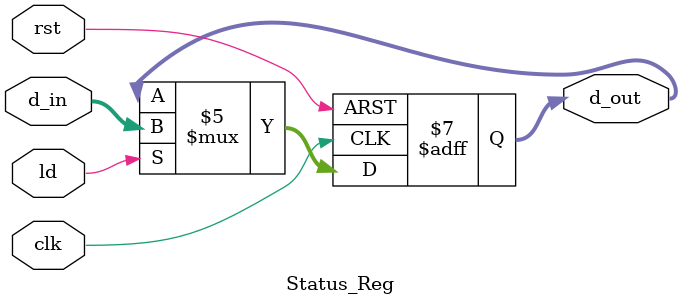
<source format=v>
module Status_Reg(
    clk, rst, ld, 
    d_in, 
    d_out
);
    input clk, rst, ld;
    input [3:0] d_in;
    output reg [3:0] d_out;
  
    always @(negedge clk, posedge rst) begin
        if (rst == 1'b1)
            d_out <= 4'b0;
        else begin
            if(ld == 1'b1)
                d_out <= d_in;
            else
                d_out <= d_out;
        end
    end

endmodule
</source>
